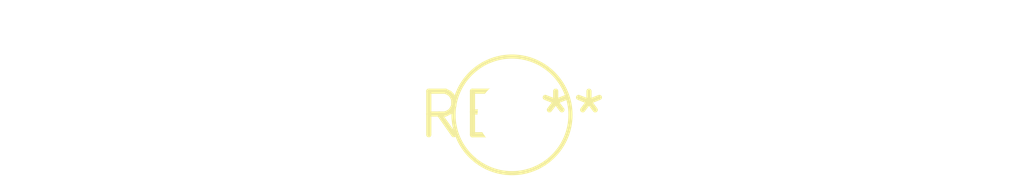
<source format=kicad_pcb>
(kicad_pcb (version 20240108) (generator pcbnew)
  (layers (0 "F.Cu" signal) (31 "B.Cu" signal) (34 "B.Paste" user) (35 "F.Paste" user) (36 "B.SilkS" user "B.Silkscreen") (37 "F.SilkS" user "F.Silkscreen") (38 "B.Mask" user) (39 "F.Mask" user) (44 "Edge.Cuts" user))
  (net 0 "")
  (footprint "TestPoint_Plated_Hole_D2.0mm" (layer "F.Cu") (at 0 0)
    (property "Reference" "REF**")
    (property "Value" "TestPoint_Plated_Hole_D2.0mm")
    (fp_circle (center 0 0) (end 0 -1.7) (layer "F.SilkS") (stroke (width 0.12)) (fill none))
    (pad "1" thru_hole circle (at 0 0) (size 3 3) (drill 2) (layers *.Cu *.Mask) (remove_unused_layers))
  )
)
</source>
